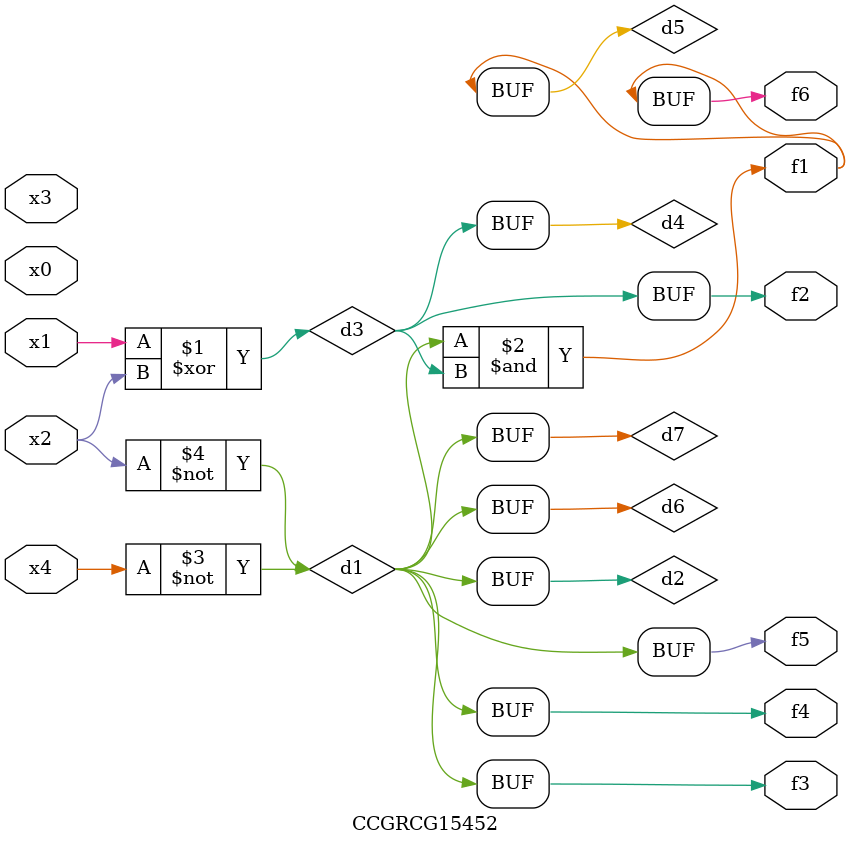
<source format=v>
module CCGRCG15452(
	input x0, x1, x2, x3, x4,
	output f1, f2, f3, f4, f5, f6
);

	wire d1, d2, d3, d4, d5, d6, d7;

	not (d1, x4);
	not (d2, x2);
	xor (d3, x1, x2);
	buf (d4, d3);
	and (d5, d1, d3);
	buf (d6, d1, d2);
	buf (d7, d2);
	assign f1 = d5;
	assign f2 = d4;
	assign f3 = d7;
	assign f4 = d7;
	assign f5 = d7;
	assign f6 = d5;
endmodule

</source>
